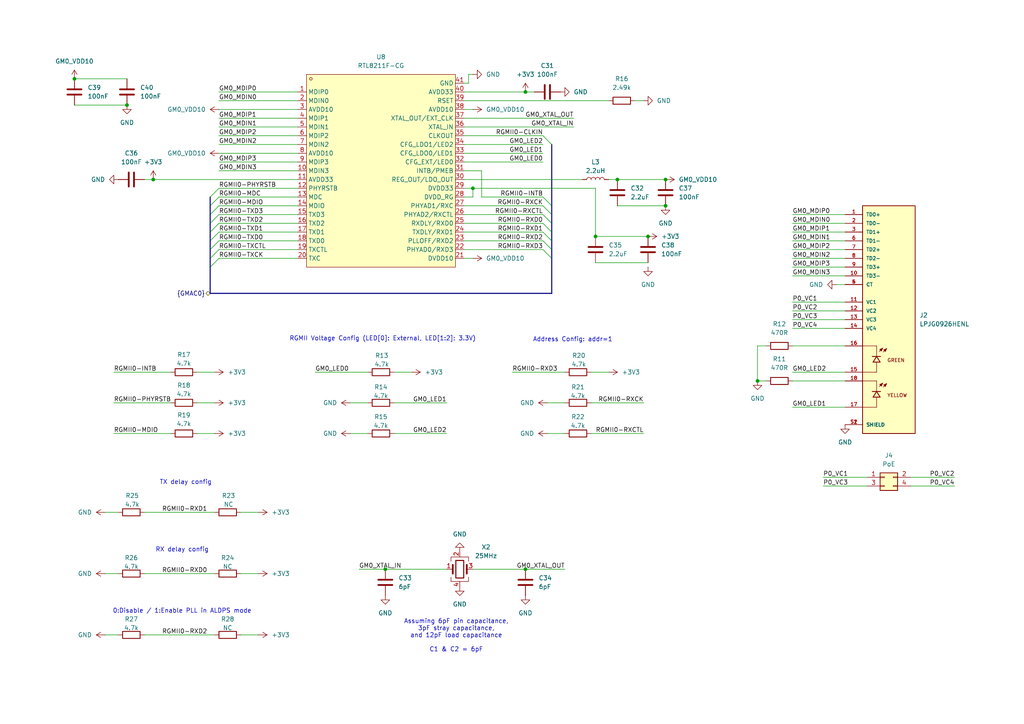
<source format=kicad_sch>
(kicad_sch (version 20250114) (generator "eeschema") (generator_version "9.0")
  (paper "A4")
  (title_block (date "2025-02-20") (rev "V0.1") (company "Matthew Spotten"))
  (lib_symbols
    (symbol "Connector_Generic:Conn_02x02_Odd_Even" (pin_names (offset 1.016) (hide yes))
      (property "Reference" "J" (at 1.27 2.54 0))
      (property "Value" "Conn_02x02_Odd_Even" (at 1.27 -5.08 0))
      (symbol "Conn_02x02_Odd_Even_1_1"
        (rectangle (start -1.27 1.27) (end 3.81 -3.81) (stroke (width 0.254)) (fill (type background)))
        (rectangle (start -1.27 0.127) (end 0 -0.127) (stroke (width 0.1524)))
        (rectangle (start -1.27 -2.413) (end 0 -2.667) (stroke (width 0.1524)))
        (rectangle (start 3.81 0.127) (end 2.54 -0.127) (stroke (width 0.1524)))
        (rectangle (start 3.81 -2.413) (end 2.54 -2.667) (stroke (width 0.1524)))
        (pin passive line (at -5.08 0 0) (length 3.81) (name "Pin_1") (number "1"))
        (pin passive line (at -5.08 -2.54 0) (length 3.81) (name "Pin_3") (number "3"))
        (pin passive line (at 7.62 0 180) (length 3.81) (name "Pin_2") (number "2"))
        (pin passive line (at 7.62 -2.54 180) (length 3.81) (name "Pin_4") (number "4"))
      )
    )
    (symbol "Device:C" (pin_numbers (hide yes)) (pin_names (offset 0.254))
      (property "Reference" "C" (at 0.635 2.54 0))
      (property "Value" "C" (at 0.635 -2.54 0))
      (symbol "C_0_1"
        (polyline (pts (xy -2.032 0.762) (xy 2.032 0.762)) (stroke (width 0.508)))
        (polyline (pts (xy -2.032 -0.762) (xy 2.032 -0.762)) (stroke (width 0.508)))
      )
      (symbol "C_1_1"
        (pin passive line (at 0 3.81 270) (length 2.794) (name "~") (number "1"))
        (pin passive line (at 0 -3.81 90) (length 2.794) (name "~") (number "2"))
      )
    )
    (symbol "Device:Crystal_GND24" (pin_names (offset 1.016) (hide yes))
      (property "Reference" "Y" (at 3.175 5.08 0))
      (property "Value" "Crystal_GND24" (at 3.175 3.175 0))
      (symbol "Crystal_GND24_0_1"
        (polyline (pts (xy -2.54 2.286) (xy -2.54 3.556) (xy 2.54 3.556) (xy 2.54 2.286)))
        (polyline (pts (xy -2.54 0) (xy -2.032 0)))
        (polyline (pts (xy -2.54 -2.286) (xy -2.54 -3.556) (xy 2.54 -3.556) (xy 2.54 -2.286)))
        (polyline (pts (xy -2.032 -1.27) (xy -2.032 1.27)) (stroke (width 0.508)))
        (rectangle (start -1.143 2.54) (end 1.143 -2.54) (stroke (width 0.3048)))
        (polyline (pts (xy 0 3.556) (xy 0 3.81)))
        (polyline (pts (xy 0 -3.81) (xy 0 -3.556)))
        (polyline (pts (xy 2.032 0) (xy 2.54 0)))
        (polyline (pts (xy 2.032 -1.27) (xy 2.032 1.27)) (stroke (width 0.508)))
      )
      (symbol "Crystal_GND24_1_1"
        (pin passive line (at -3.81 0 0) (length 1.27) (name "1") (number "1"))
        (pin passive line (at 0 5.08 270) (length 1.27) (name "2") (number "2"))
        (pin passive line (at 0 -5.08 90) (length 1.27) (name "4") (number "4"))
        (pin passive line (at 3.81 0 180) (length 1.27) (name "3") (number "3"))
      )
    )
    (symbol "Device:L" (pin_numbers (hide yes)) (pin_names (offset 1.016) (hide yes))
      (property "Reference" "L" (at -1.27 0 90))
      (property "Value" "L" (at 1.905 0 90))
      (symbol "L_0_1"
        (arc (start 0 2.54) (mid 0.6323 1.905) (end 0 1.27))
        (arc (start 0 1.27) (mid 0.6323 0.635) (end 0 0))
        (arc (start 0 0) (mid 0.6323 -0.635) (end 0 -1.27))
        (arc (start 0 -1.27) (mid 0.6323 -1.905) (end 0 -2.54))
      )
      (symbol "L_1_1"
        (pin passive line (at 0 3.81 270) (length 1.27) (name "1") (number "1"))
        (pin passive line (at 0 -3.81 90) (length 1.27) (name "2") (number "2"))
      )
    )
    (symbol "Device:R" (pin_numbers (hide yes)) (pin_names (offset 0))
      (property "Reference" "R" (at 2.032 0 90))
      (property "Value" "R" (at 0 0 90))
      (symbol "R_0_1"
        (rectangle (start -1.016 -2.54) (end 1.016 2.54) (stroke (width 0.254)))
      )
      (symbol "R_1_1"
        (pin passive line (at 0 3.81 270) (length 1.27) (name "~") (number "1"))
        (pin passive line (at 0 -3.81 90) (length 1.27) (name "~") (number "2"))
      )
    )
    (symbol "LPJG0926HENL:LPJG0926HENL" (pin_names (offset 1.016))
      (property "Reference" "J" (at -7.62 33.782 0))
      (property "Value" "LPJG0926HENL" (at -7.62 -35.56 0))
      (symbol "LPJG0926HENL_0_0"
        (rectangle (start -7.62 33.02) (end 7.62 -33.02) (stroke (width 0.254)) (fill (type background)))
        (polyline (pts (xy -3.556 -7.62) (xy -7.62 -7.62)) (stroke (width 0.1524)))
        (polyline (pts (xy -3.556 -10.541) (xy -3.556 -7.62)) (stroke (width 0.1524)))
        (polyline (pts (xy -3.556 -10.668) (xy -4.826 -10.668)) (stroke (width 0.254)))
        (polyline (pts (xy -3.556 -10.668) (xy -4.572 -12.319)) (stroke (width 0.254)))
        (polyline (pts (xy -3.556 -15.24) (xy -7.62 -15.24)) (stroke (width 0.1524)))
        (polyline (pts (xy -3.556 -15.24) (xy -3.556 -12.446)) (stroke (width 0.1524)))
        (polyline (pts (xy -3.556 -17.78) (xy -7.62 -17.78)) (stroke (width 0.1524)))
        (polyline (pts (xy -3.556 -20.701) (xy -3.556 -17.78)) (stroke (width 0.1524)))
        (polyline (pts (xy -3.556 -20.828) (xy -4.826 -20.828)) (stroke (width 0.254)))
        (polyline (pts (xy -3.556 -20.828) (xy -4.572 -22.479)) (stroke (width 0.254)))
        (polyline (pts (xy -3.556 -25.4) (xy -7.62 -25.4)) (stroke (width 0.1524)))
        (polyline (pts (xy -3.556 -25.4) (xy -3.556 -22.606)) (stroke (width 0.1524)))
        (polyline (pts (xy -2.794 -9.271) (xy -1.778 -8.255)) (stroke (width 0.1524)))
        (polyline (pts (xy -2.794 -19.431) (xy -1.778 -18.415)) (stroke (width 0.1524)))
        (polyline (pts (xy -2.54 -12.319) (xy -4.572 -12.319)) (stroke (width 0.254)))
        (polyline (pts (xy -2.54 -12.319) (xy -3.556 -10.668)) (stroke (width 0.254)))
        (polyline (pts (xy -2.54 -22.479) (xy -4.572 -22.479)) (stroke (width 0.254)))
        (polyline (pts (xy -2.54 -22.479) (xy -3.556 -20.828)) (stroke (width 0.254)))
        (polyline (pts (xy -2.413 -10.668) (xy -3.556 -10.668)) (stroke (width 0.254)))
        (polyline (pts (xy -2.413 -20.828) (xy -3.556 -20.828)) (stroke (width 0.254)))
        (polyline (pts (xy -1.778 -8.255) (xy -2.667 -8.636) (xy -2.159 -9.144) (xy -1.778 -8.255)) (stroke (width 0.1524)) (fill (type outline)))
        (polyline (pts (xy -1.778 -18.415) (xy -2.667 -18.796) (xy -2.159 -19.304) (xy -1.778 -18.415)) (stroke (width 0.1524)) (fill (type outline)))
        (polyline (pts (xy -1.651 -9.398) (xy -0.635 -8.382)) (stroke (width 0.1524)))
        (polyline (pts (xy -1.651 -19.558) (xy -0.635 -18.542)) (stroke (width 0.1524)))
        (polyline (pts (xy -0.635 -8.382) (xy -1.524 -8.763) (xy -1.016 -9.271) (xy -0.635 -8.382)) (stroke (width 0.1524)) (fill (type outline)))
        (polyline (pts (xy -0.635 -18.542) (xy -1.524 -18.923) (xy -1.016 -19.431) (xy -0.635 -18.542)) (stroke (width 0.1524)) (fill (type outline)))
        (text "GREEN" (at -0.508 -11.176 0) (effects (font (size 1.016 1.016)) (justify left top)))
        (text "YELLOW" (at -0.508 -21.336 0) (effects (font (size 1.016 1.016)) (justify left top)))
        (pin passive line (at -12.7 10.16 0) (length 5.08) (name "CT") (number "4"))
        (pin passive line (at -12.7 10.16 0) (length 5.08) (name "CT") (number "5"))
        (pin passive line (at -12.7 5.08 0) (length 5.08) (name "VC1") (number "11"))
        (pin passive line (at -12.7 2.54 0) (length 5.08) (name "VC2") (number "12"))
        (pin passive line (at -12.7 0 0) (length 5.08) (name "VC3") (number "13"))
        (pin passive line (at -12.7 -2.54 0) (length 5.08) (name "VC4") (number "14"))
        (pin passive line (at -12.7 -7.62 0) (length 5.08) (name "~") (number "16"))
        (pin passive line (at -12.7 -15.24 0) (length 5.08) (name "~") (number "15"))
        (pin passive line (at -12.7 -17.78 0) (length 5.08) (name "~") (number "18"))
        (pin passive line (at -12.7 -25.4 0) (length 5.08) (name "~") (number "17"))
        (pin passive line (at -12.7 -30.48 0) (length 5.08) (name "SHIELD") (number "S1"))
        (pin passive line (at -12.7 -30.48 0) (length 5.08) (name "SHIELD") (number "S2"))
      )
      (symbol "LPJG0926HENL_1_0"
        (pin passive line (at -12.7 30.48 0) (length 5.08) (name "TD0+") (number "1"))
        (pin passive line (at -12.7 27.94 0) (length 5.08) (name "TD0-") (number "2"))
        (pin passive line (at -12.7 25.4 0) (length 5.08) (name "TD1+") (number "3"))
        (pin passive line (at -12.7 22.86 0) (length 5.08) (name "TD1-") (number "6"))
        (pin passive line (at -12.7 20.32 0) (length 5.08) (name "TD2+") (number "7"))
        (pin passive line (at -12.7 17.78 0) (length 5.08) (name "TD2-") (number "8"))
        (pin passive line (at -12.7 15.24 0) (length 5.08) (name "TD3+") (number "9"))
        (pin passive line (at -12.7 12.7 0) (length 5.08) (name "TD3-") (number "10"))
      )
    )
    (symbol "easyeda symbols:RTL8211F-CG"
      (property "Reference" "U" (at 0 30.48 0))
      (property "Value" "RTL8211F-CG" (at 0 -30.48 0))
      (symbol "RTL8211F-CG_0_1"
        (rectangle (start -21.59 27.94) (end 21.59 -27.94) (fill (type background)))
        (circle (center -20.32 26.67) (radius 0.38))
        (pin unspecified line (at -24.13 22.86 0) (length 2.54) (name "MDIP0") (number "1"))
        (pin unspecified line (at -24.13 20.32 0) (length 2.54) (name "MDIN0") (number "2"))
        (pin unspecified line (at -24.13 17.78 0) (length 2.54) (name "AVDD10") (number "3"))
        (pin unspecified line (at -24.13 15.24 0) (length 2.54) (name "MDIP1") (number "4"))
        (pin unspecified line (at -24.13 12.7 0) (length 2.54) (name "MDIN1") (number "5"))
        (pin unspecified line (at -24.13 10.16 0) (length 2.54) (name "MDIP2") (number "6"))
        (pin unspecified line (at -24.13 7.62 0) (length 2.54) (name "MDIN2") (number "7"))
        (pin unspecified line (at -24.13 5.08 0) (length 2.54) (name "AVDD10") (number "8"))
        (pin unspecified line (at -24.13 2.54 0) (length 2.54) (name "MDIP3") (number "9"))
        (pin unspecified line (at -24.13 0 0) (length 2.54) (name "MDIN3") (number "10"))
        (pin unspecified line (at -24.13 -2.54 0) (length 2.54) (name "AVDD33") (number "11"))
        (pin unspecified line (at -24.13 -5.08 0) (length 2.54) (name "PHYRSTB") (number "12"))
        (pin unspecified line (at -24.13 -7.62 0) (length 2.54) (name "MDC") (number "13"))
        (pin unspecified line (at -24.13 -10.16 0) (length 2.54) (name "MDIO") (number "14"))
        (pin unspecified line (at -24.13 -12.7 0) (length 2.54) (name "TXD3") (number "15"))
        (pin unspecified line (at -24.13 -15.24 0) (length 2.54) (name "TXD2") (number "16"))
        (pin unspecified line (at -24.13 -17.78 0) (length 2.54) (name "TXD1") (number "17"))
        (pin unspecified line (at -24.13 -20.32 0) (length 2.54) (name "TXD0") (number "18"))
        (pin unspecified line (at -24.13 -22.86 0) (length 2.54) (name "TXCTL") (number "19"))
        (pin unspecified line (at -24.13 -25.4 0) (length 2.54) (name "TXC") (number "20"))
        (pin unspecified line (at 24.13 25.4 180) (length 2.54) (name "GND") (number "41"))
        (pin unspecified line (at 24.13 22.86 180) (length 2.54) (name "AVDD33") (number "40"))
        (pin unspecified line (at 24.13 20.32 180) (length 2.54) (name "RSET") (number "39"))
        (pin unspecified line (at 24.13 17.78 180) (length 2.54) (name "AVDD10") (number "38"))
        (pin unspecified line (at 24.13 15.24 180) (length 2.54) (name "XTAL_OUT/EXT_CLK") (number "37"))
        (pin unspecified line (at 24.13 12.7 180) (length 2.54) (name "XTAL_IN") (number "36"))
        (pin unspecified line (at 24.13 10.16 180) (length 2.54) (name "CLKOUT") (number "35"))
        (pin unspecified line (at 24.13 7.62 180) (length 2.54) (name "CFG_LDO1/LED2") (number "34"))
        (pin unspecified line (at 24.13 5.08 180) (length 2.54) (name "CFG_LDO0/LED1") (number "33"))
        (pin unspecified line (at 24.13 2.54 180) (length 2.54) (name "CFG_EXT/LED0") (number "32"))
        (pin unspecified line (at 24.13 0 180) (length 2.54) (name "INTB/PMEB") (number "31"))
        (pin unspecified line (at 24.13 -2.54 180) (length 2.54) (name "REG_OUT/LDO_OUT") (number "30"))
        (pin unspecified line (at 24.13 -5.08 180) (length 2.54) (name "DVDD33") (number "29"))
        (pin unspecified line (at 24.13 -7.62 180) (length 2.54) (name "DVDD_RG") (number "28"))
        (pin unspecified line (at 24.13 -10.16 180) (length 2.54) (name "PHYAD1/RXC") (number "27"))
        (pin unspecified line (at 24.13 -12.7 180) (length 2.54) (name "PHYAD2/RXCTL") (number "26"))
        (pin unspecified line (at 24.13 -15.24 180) (length 2.54) (name "RXDLY/RXD0") (number "25"))
        (pin unspecified line (at 24.13 -17.78 180) (length 2.54) (name "TXDLY/RXD1") (number "24"))
        (pin unspecified line (at 24.13 -20.32 180) (length 2.54) (name "PLLOFF/RXD2") (number "23"))
        (pin unspecified line (at 24.13 -22.86 180) (length 2.54) (name "PHYAD0/RXD3") (number "22"))
        (pin unspecified line (at 24.13 -25.4 180) (length 2.54) (name "DVDD10") (number "21"))
      )
    )
    (symbol "power:+1V0" (power) (pin_numbers (hide yes)) (pin_names (offset 0) (hide yes))
      (property "Value" "+1V0" (at 0 3.556 0))
      (symbol "+1V0_0_1"
        (polyline (pts (xy -0.762 1.27) (xy 0 2.54)))
        (polyline (pts (xy 0 2.54) (xy 0.762 1.27)))
        (polyline (pts (xy 0 0) (xy 0 2.54)))
      )
      (symbol "+1V0_1_1"
        (pin power_in line (at 0 0 90) (length 0) (name "~") (number "1"))
      )
    )
    (symbol "power:+3V3" (power) (pin_numbers (hide yes)) (pin_names (offset 0) (hide yes))
      (property "Value" "+3V3" (at 0 3.556 0))
      (symbol "+3V3_0_1"
        (polyline (pts (xy -0.762 1.27) (xy 0 2.54)))
        (polyline (pts (xy 0 2.54) (xy 0.762 1.27)))
        (polyline (pts (xy 0 0) (xy 0 2.54)))
      )
      (symbol "+3V3_1_1"
        (pin power_in line (at 0 0 90) (length 0) (name "~") (number "1"))
      )
    )
    (symbol "power:GND" (power) (pin_numbers (hide yes)) (pin_names (offset 0) (hide yes))
      (property "Value" "GND" (at 0 -3.81 0))
      (symbol "GND_0_1"
        (polyline (pts (xy 0 0) (xy 0 -1.27) (xy 1.27 -1.27) (xy 0 -2.54) (xy -1.27 -1.27) (xy 0 -1.27)))
      )
      (symbol "GND_1_1"
        (pin power_in line (at 0 0 270) (length 0) (name "~") (number "1"))
      )
    )
  )
  (bus_alias "GMAC0" (members "RGMII0-PHYRSTB" "RGMII0-MDC" "RGMII0-MDIO" "RGMII0-TXD3" "RGMII0-TXD2" "RGMII0-TXD1" "RGMII0-TXD0" "RGMII0-TXCTL" "RGMII0-TXCK" "RGMII0-INTB" "RGMII0-RXCK" "RGMII0-RXCTL" "RGMII0-RXD0" "RGMII0-RXD1" "RGMII0-RXD2" "RGMII0-RXD3" "RGMII0-CLKIN"))
  (bus_alias "GMAC1" (members "DP" "DM" "UART0_TX" "UART0_RX"))
  (text "RGMII Voltage Config (LED[0]: External, LED[1:2]: 3.3V)" (at 110.998 98.298 0) (effects (font (size 1.27 1.27))))
  (text "0:Disable / 1:Enable PLL in ALDPS mode" (at 52.832 177.292 0) (effects (font (size 1.27 1.27))))
  (text "TX delay config" (at 53.848 139.954 0) (effects (font (size 1.27 1.27))))
  (text "RX delay config" (at 52.832 159.512 0) (effects (font (size 1.27 1.27))))
  (text "Address Config: addr=1" (at 166.116 98.552 0) (effects (font (size 1.27 1.27))))
  (text "Assuming 6pF pin capacitance,\n3pF stray capacitance,\nand 12pF load capacitance\n\nC1 & C2 = 6pF\n" (at 132.334 184.404 0) (effects (font (size 1.27 1.27))))
  (junction (at 21.59 22.86))
  (junction (at 36.83 30.48))
  (junction (at 187.96 68.58))
  (junction (at 44.45 52.07))
  (junction (at 111.76 165.1))
  (junction (at 152.4 165.1))
  (junction (at 179.07 52.07))
  (junction (at 137.16 54.61))
  (junction (at 193.04 52.07))
  (junction (at 219.71 110.49))
  (junction (at 152.4 26.67))
  (junction (at 172.72 68.58))
  (junction (at 193.04 59.69))
  (bus_entry (at 60.96 59.69) (size 2.54 -2.54))
  (bus_entry (at 157.48 64.77) (size 2.54 2.54))
  (bus_entry (at 157.48 67.31) (size 2.54 2.54))
  (bus_entry (at 157.48 39.37) (size 2.54 2.54))
  (bus_entry (at 60.96 57.15) (size 2.54 -2.54))
  (bus_entry (at 60.96 64.77) (size 2.54 -2.54))
  (bus_entry (at 60.96 74.93) (size 2.54 -2.54))
  (bus_entry (at 157.48 59.69) (size 2.54 2.54))
  (bus_entry (at 60.96 69.85) (size 2.54 -2.54))
  (bus_entry (at 60.96 72.39) (size 2.54 -2.54))
  (bus_entry (at 60.96 67.31) (size 2.54 -2.54))
  (bus_entry (at 60.96 77.47) (size 2.54 -2.54))
  (bus_entry (at 157.48 57.15) (size 2.54 2.54))
  (bus_entry (at 60.96 62.23) (size 2.54 -2.54))
  (bus_entry (at 157.48 62.23) (size 2.54 2.54))
  (bus_entry (at 157.48 69.85) (size 2.54 2.54))
  (bus_entry (at 157.48 72.39) (size 2.54 2.54))
  (wire (pts (xy 57.15 116.84) (xy 62.23 116.84)))
  (wire (pts (xy 229.87 107.95) (xy 245.11 107.95)))
  (wire (pts (xy 134.62 69.85) (xy 157.48 69.85)))
  (wire (pts (xy 229.87 80.01) (xy 245.11 80.01)))
  (wire (pts (xy 63.5 49.53) (xy 86.36 49.53)))
  (wire (pts (xy 238.76 140.97) (xy 251.46 140.97)))
  (bus (pts (xy 60.96 59.69) (xy 60.96 62.23)))
  (wire (pts (xy 186.69 125.73) (xy 171.45 125.73)))
  (wire (pts (xy 219.71 110.49) (xy 222.25 110.49)))
  (wire (pts (xy 219.71 110.49) (xy 219.71 100.33)))
  (wire (pts (xy 63.5 44.45) (xy 86.36 44.45)))
  (wire (pts (xy 129.54 116.84) (xy 114.3 116.84)))
  (wire (pts (xy 229.87 87.63) (xy 245.11 87.63)))
  (wire (pts (xy 219.71 100.33) (xy 222.25 100.33)))
  (bus (pts (xy 60.96 74.93) (xy 60.96 77.47)))
  (bus (pts (xy 160.02 67.31) (xy 160.02 69.85)))
  (wire (pts (xy 229.87 62.23) (xy 245.11 62.23)))
  (wire (pts (xy 157.48 57.15) (xy 139.7 57.15)))
  (wire (pts (xy 148.59 107.95) (xy 163.83 107.95)))
  (wire (pts (xy 104.14 165.1) (xy 111.76 165.1)))
  (wire (pts (xy 134.62 39.37) (xy 157.48 39.37)))
  (bus (pts (xy 60.96 57.15) (xy 60.96 59.69)))
  (bus (pts (xy 60.96 77.47) (xy 60.96 85.09)))
  (wire (pts (xy 91.44 107.95) (xy 106.68 107.95)))
  (wire (pts (xy 63.5 36.83) (xy 86.36 36.83)))
  (wire (pts (xy 184.15 29.21) (xy 186.69 29.21)))
  (wire (pts (xy 111.76 165.1) (xy 129.54 165.1)))
  (wire (pts (xy 172.72 68.58) (xy 172.72 54.61)))
  (wire (pts (xy 172.72 54.61) (xy 137.16 54.61)))
  (wire (pts (xy 33.02 107.95) (xy 49.53 107.95)))
  (wire (pts (xy 134.62 26.67) (xy 152.4 26.67)))
  (wire (pts (xy 139.7 57.15) (xy 139.7 49.53)))
  (wire (pts (xy 152.4 165.1) (xy 163.83 165.1)))
  (wire (pts (xy 134.62 34.29) (xy 166.37 34.29)))
  (wire (pts (xy 63.5 74.93) (xy 86.36 74.93)))
  (wire (pts (xy 63.5 69.85) (xy 86.36 69.85)))
  (bus (pts (xy 60.96 62.23) (xy 60.96 64.77)))
  (wire (pts (xy 264.16 140.97) (xy 276.86 140.97)))
  (bus (pts (xy 60.96 72.39) (xy 60.96 74.93)))
  (wire (pts (xy 63.5 46.99) (xy 86.36 46.99)))
  (wire (pts (xy 229.87 67.31) (xy 245.11 67.31)))
  (wire (pts (xy 137.16 54.61) (xy 134.62 54.61)))
  (wire (pts (xy 134.62 67.31) (xy 157.48 67.31)))
  (wire (pts (xy 30.48 166.37) (xy 34.29 166.37)))
  (bus (pts (xy 160.02 59.69) (xy 160.02 62.23)))
  (wire (pts (xy 41.91 184.15) (xy 62.23 184.15)))
  (wire (pts (xy 63.5 29.21) (xy 86.36 29.21)))
  (wire (pts (xy 134.62 44.45) (xy 157.48 44.45)))
  (wire (pts (xy 33.02 116.84) (xy 49.53 116.84)))
  (wire (pts (xy 186.69 116.84) (xy 171.45 116.84)))
  (wire (pts (xy 21.59 30.48) (xy 36.83 30.48)))
  (bus (pts (xy 160.02 41.91) (xy 160.02 59.69)))
  (wire (pts (xy 229.87 110.49) (xy 245.11 110.49)))
  (wire (pts (xy 172.72 76.2) (xy 187.96 76.2)))
  (wire (pts (xy 179.07 52.07) (xy 193.04 52.07)))
  (wire (pts (xy 135.89 21.59) (xy 137.16 21.59)))
  (wire (pts (xy 134.62 29.21) (xy 176.53 29.21)))
  (wire (pts (xy 134.62 62.23) (xy 157.48 62.23)))
  (wire (pts (xy 134.62 74.93) (xy 137.16 74.93)))
  (wire (pts (xy 137.16 165.1) (xy 152.4 165.1)))
  (wire (pts (xy 63.5 59.69) (xy 86.36 59.69)))
  (wire (pts (xy 41.91 166.37) (xy 62.23 166.37)))
  (wire (pts (xy 41.91 52.07) (xy 44.45 52.07)))
  (wire (pts (xy 135.89 24.13) (xy 134.62 24.13)))
  (wire (pts (xy 264.16 138.43) (xy 276.86 138.43)))
  (wire (pts (xy 129.54 125.73) (xy 114.3 125.73)))
  (bus (pts (xy 160.02 62.23) (xy 160.02 64.77)))
  (bus (pts (xy 160.02 72.39) (xy 160.02 74.93)))
  (wire (pts (xy 229.87 90.17) (xy 245.11 90.17)))
  (wire (pts (xy 135.89 21.59) (xy 135.89 24.13)))
  (wire (pts (xy 134.62 52.07) (xy 168.91 52.07)))
  (wire (pts (xy 63.5 54.61) (xy 86.36 54.61)))
  (wire (pts (xy 63.5 39.37) (xy 86.36 39.37)))
  (wire (pts (xy 63.5 62.23) (xy 86.36 62.23)))
  (wire (pts (xy 229.87 95.25) (xy 245.11 95.25)))
  (wire (pts (xy 44.45 52.07) (xy 86.36 52.07)))
  (wire (pts (xy 21.59 22.86) (xy 36.83 22.86)))
  (bus (pts (xy 160.02 64.77) (xy 160.02 67.31)))
  (wire (pts (xy 229.87 118.11) (xy 245.11 118.11)))
  (wire (pts (xy 163.83 116.84) (xy 158.75 116.84)))
  (wire (pts (xy 41.91 148.59) (xy 62.23 148.59)))
  (wire (pts (xy 69.85 184.15) (xy 74.93 184.15)))
  (wire (pts (xy 33.02 125.73) (xy 49.53 125.73)))
  (wire (pts (xy 238.76 138.43) (xy 251.46 138.43)))
  (wire (pts (xy 134.62 57.15) (xy 137.16 57.15)))
  (wire (pts (xy 63.5 34.29) (xy 86.36 34.29)))
  (wire (pts (xy 179.07 59.69) (xy 193.04 59.69)))
  (wire (pts (xy 229.87 100.33) (xy 245.11 100.33)))
  (wire (pts (xy 63.5 64.77) (xy 86.36 64.77)))
  (wire (pts (xy 134.62 41.91) (xy 157.48 41.91)))
  (wire (pts (xy 176.53 52.07) (xy 179.07 52.07)))
  (wire (pts (xy 106.68 125.73) (xy 101.6 125.73)))
  (wire (pts (xy 137.16 57.15) (xy 137.16 54.61)))
  (wire (pts (xy 114.3 107.95) (xy 119.38 107.95)))
  (wire (pts (xy 163.83 125.73) (xy 158.75 125.73)))
  (wire (pts (xy 106.68 116.84) (xy 101.6 116.84)))
  (wire (pts (xy 63.5 67.31) (xy 86.36 67.31)))
  (wire (pts (xy 134.62 72.39) (xy 157.48 72.39)))
  (wire (pts (xy 229.87 72.39) (xy 245.11 72.39)))
  (wire (pts (xy 63.5 31.75) (xy 86.36 31.75)))
  (wire (pts (xy 30.48 148.59) (xy 34.29 148.59)))
  (wire (pts (xy 69.85 148.59) (xy 74.93 148.59)))
  (wire (pts (xy 154.94 26.67) (xy 152.4 26.67)))
  (wire (pts (xy 134.62 59.69) (xy 157.48 59.69)))
  (wire (pts (xy 63.5 26.67) (xy 86.36 26.67)))
  (wire (pts (xy 229.87 69.85) (xy 245.11 69.85)))
  (wire (pts (xy 57.15 125.73) (xy 62.23 125.73)))
  (wire (pts (xy 134.62 64.77) (xy 157.48 64.77)))
  (wire (pts (xy 172.72 68.58) (xy 187.96 68.58)))
  (wire (pts (xy 229.87 74.93) (xy 245.11 74.93)))
  (wire (pts (xy 229.87 64.77) (xy 245.11 64.77)))
  (wire (pts (xy 139.7 49.53) (xy 134.62 49.53)))
  (bus (pts (xy 160.02 74.93) (xy 160.02 85.09)))
  (bus (pts (xy 60.96 67.31) (xy 60.96 69.85)))
  (wire (pts (xy 134.62 36.83) (xy 166.37 36.83)))
  (bus (pts (xy 160.02 69.85) (xy 160.02 72.39)))
  (wire (pts (xy 30.48 184.15) (xy 34.29 184.15)))
  (wire (pts (xy 134.62 46.99) (xy 157.48 46.99)))
  (wire (pts (xy 63.5 57.15) (xy 86.36 57.15)))
  (bus (pts (xy 60.96 64.77) (xy 60.96 67.31)))
  (wire (pts (xy 171.45 107.95) (xy 176.53 107.95)))
  (wire (pts (xy 63.5 72.39) (xy 86.36 72.39)))
  (wire (pts (xy 69.85 166.37) (xy 74.93 166.37)))
  (wire (pts (xy 57.15 107.95) (xy 62.23 107.95)))
  (bus (pts (xy 60.96 69.85) (xy 60.96 72.39)))
  (wire (pts (xy 242.57 82.55) (xy 245.11 82.55)))
  (wire (pts (xy 134.62 31.75) (xy 137.16 31.75)))
  (wire (pts (xy 229.87 77.47) (xy 245.11 77.47)))
  (bus (pts (xy 60.96 85.09) (xy 160.02 85.09)))
  (wire (pts (xy 63.5 41.91) (xy 86.36 41.91)))
  (wire (pts (xy 229.87 92.71) (xy 245.11 92.71)))
  (label "GM0_LED0" (at 157.48 46.99 180))
  (label "RGMII0-RXD1" (at 157.48 67.31 180))
  (label "RGMII0-TXD0" (at 63.5 69.85 0))
  (label "GM0_LED2" (at 229.87 107.95 0))
  (label "RGMII0-MDC" (at 63.5 57.15 0))
  (label "RGMII0-RXD1" (at 46.99 148.59 0))
  (label "RGMII0-INTB" (at 33.02 107.95 0))
  (label "RGMII0-RXCK" (at 186.69 116.84 180))
  (label "RGMII0-RXD0" (at 46.99 166.37 0))
  (label "P0_VC2" (at 276.86 138.43 180))
  (label "RGMII0-RXD3" (at 148.59 107.95 0))
  (label "P0_VC2" (at 229.87 90.17 0))
  (label "GM0_XTAL_OUT" (at 166.37 34.29 180))
  (label "P0_VC4" (at 276.86 140.97 180))
  (label "RGMII0-PHYRSTB" (at 33.02 116.84 0))
  (label "GM0_LED1" (at 229.87 118.11 0))
  (label "RGMII0-PHYRSTB" (at 63.5 54.61 0))
  (label "GM0_LED2" (at 129.54 125.73 180))
  (label "RGMII0-TXCTL" (at 63.5 72.39 0))
  (label "P0_VC1" (at 229.87 87.63 0))
  (label "GM0_MDIN0" (at 229.87 64.77 0))
  (label "RGMII0-TXD2" (at 63.5 64.77 0))
  (label "RGMII0-TXCK" (at 63.5 74.93 0))
  (label "GM0_LED2" (at 157.48 41.91 180))
  (label "GM0_MDIP1" (at 63.5 34.29 0))
  (label "GM0_LED1" (at 157.48 44.45 180))
  (label "GM0_MDIN3" (at 229.87 80.01 0))
  (label "GM0_MDIN3" (at 63.5 49.53 0))
  (label "GM0_MDIP0" (at 63.5 26.67 0))
  (label "RGMII0-RXCK" (at 157.48 59.69 180))
  (label "RGMII0-MDIO" (at 63.5 59.69 0))
  (label "P0_VC3" (at 238.76 140.97 0))
  (label "GM0_MDIN0" (at 63.5 29.21 0))
  (label "RGMII0-RXD2" (at 157.48 69.85 180))
  (label "RGMII0-MDIO" (at 33.02 125.73 0))
  (label "RGMII0-RXD0" (at 157.48 64.77 180))
  (label "RGMII0-TXD1" (at 63.5 67.31 0))
  (label "GM0_MDIN1" (at 63.5 36.83 0))
  (label "RGMII0-RXD2" (at 46.99 184.15 0))
  (label "GM0_MDIP2" (at 229.87 72.39 0))
  (label "GM0_LED0" (at 91.44 107.95 0))
  (label "RGMII0-CLKIN" (at 157.48 39.37 180))
  (label "GM0_XTAL_IN" (at 104.14 165.1 0))
  (label "P0_VC4" (at 229.87 95.25 0))
  (label "RGMII0-RXCTL" (at 186.69 125.73 180))
  (label "GM0_MDIN1" (at 229.87 69.85 0))
  (label "RGMII0-RXD3" (at 157.48 72.39 180))
  (label "GM0_MDIP2" (at 63.5 39.37 0))
  (label "RGMII0-TXD3" (at 63.5 62.23 0))
  (label "RGMII0-RXCTL" (at 157.48 62.23 180))
  (label "GM0_MDIN2" (at 63.5 41.91 0))
  (label "GM0_MDIP1" (at 229.87 67.31 0))
  (label "GM0_MDIP3" (at 229.87 77.47 0))
  (label "GM0_XTAL_IN" (at 166.37 36.83 180))
  (label "P0_VC1" (at 238.76 138.43 0))
  (label "GM0_MDIP3" (at 63.5 46.99 0))
  (label "RGMII0-INTB" (at 157.48 57.15 180))
  (label "GM0_LED1" (at 129.54 116.84 180))
  (label "GM0_XTAL_OUT" (at 163.83 165.1 180))
  (label "GM0_MDIN2" (at 229.87 74.93 0))
  (label "P0_VC3" (at 229.87 92.71 0))
  (label "GM0_MDIP0" (at 229.87 62.23 0))
  (hierarchical_label "{GMAC0}" (shape bidirectional) (at 60.96 85.09 180))
  (symbol (lib_id "Device:R") (at 53.34 116.84 90) (unit 1)
    (property "Reference" "R18" (at 53.34 111.76 90))
    (property "Value" "4.7k" (at 53.34 114.3 90))
    (property "Description" "Resistor" (effects (hide yes)))
  )
  (symbol (lib_id "Device:Crystal_GND24") (at 133.35 165.1 0) (unit 1)
    (property "Reference" "X2" (at 140.97 158.6798 0))
    (property "Value" "25MHz" (at 140.97 161.2198 0))
    (property "Footprint" "Crystal:Crystal_SMD_2520-4Pin_2.5x2.0mm" (effects (hide yes)))
    (property "Description" "Four pin crystal, GND on pins 2 and 4" (effects (hide yes)))
    (property "LCSC Part" "C5265848" (effects (hide yes)))
  )
  (symbol (lib_id "power:GND") (at 186.69 29.21 90) (unit 1)
    (property "Reference" "#PWR089" (effects (hide yes)))
    (property "Value" "GND" (at 190.5 29.2099 90) (effects (justify right)))
    (property "Description" "Power symbol creates a global label with name \"GND\" , ground" (effects (hide yes)))
  )
  (symbol (lib_id "Device:R") (at 110.49 116.84 90) (unit 1)
    (property "Reference" "R14" (at 110.49 112.268 90))
    (property "Value" "4.7k" (at 110.49 114.808 90))
    (property "Description" "Resistor" (effects (hide yes)))
  )
  (symbol (lib_id "power:+1V0") (at 21.59 22.86 0) (unit 1)
    (property "Reference" "#PWR0100" (effects (hide yes)))
    (property "Value" "GM0_VDD10" (at 21.59 17.78 0))
    (property "Description" "Power symbol creates a global label with name \"+1V0\"" (effects (hide yes)))
  )
  (symbol (lib_id "Device:R") (at 110.49 125.73 90) (unit 1)
    (property "Reference" "R15" (at 110.49 120.904 90))
    (property "Value" "4.7k" (at 110.49 123.444 90))
    (property "Description" "Resistor" (effects (hide yes)))
  )
  (symbol (lib_id "power:+3V3") (at 101.6 116.84 90) (unit 1)
    (property "Reference" "#PWR085" (effects (hide yes)))
    (property "Value" "GND" (at 97.79 116.8401 90) (effects (justify left)))
    (property "Description" "Power symbol creates a global label with name \"+3V3\"" (effects (hide yes)))
  )
  (symbol (lib_id "Device:R") (at 167.64 125.73 90) (unit 1)
    (property "Reference" "R22" (at 167.64 120.904 90))
    (property "Value" "4.7k" (at 167.64 123.444 90))
    (property "Description" "Resistor" (effects (hide yes)))
  )
  (symbol (lib_id "Device:R") (at 38.1 184.15 90) (unit 1)
    (property "Reference" "R27" (at 38.1 179.578 90))
    (property "Value" "4.7k" (at 38.1 182.118 90))
    (property "Description" "Resistor" (effects (hide yes)))
  )
  (symbol (lib_id "power:+1V0") (at 137.16 31.75 270) (unit 1)
    (property "Reference" "#PWR081" (effects (hide yes)))
    (property "Value" "GM0_VDD10" (at 140.97 31.7499 90) (effects (justify left)))
    (property "Description" "Power symbol creates a global label with name \"+1V0\"" (effects (hide yes)))
  )
  (symbol (lib_id "power:+3V3") (at 158.75 125.73 90) (unit 1)
    (property "Reference" "#PWR095" (effects (hide yes)))
    (property "Value" "GND" (at 154.94 125.7301 90) (effects (justify left)))
    (property "Description" "Power symbol creates a global label with name \"+3V3\"" (effects (hide yes)))
  )
  (symbol (lib_id "power:+3V3") (at 30.48 184.15 90) (unit 1)
    (property "Reference" "#PWR0102" (effects (hide yes)))
    (property "Value" "GND" (at 26.67 184.1499 90) (effects (justify left)))
    (property "Description" "Power symbol creates a global label with name \"+3V3\"" (effects (hide yes)))
  )
  (symbol (lib_id "Device:R") (at 38.1 166.37 90) (unit 1)
    (property "Reference" "R26" (at 38.1 161.798 90))
    (property "Value" "4.7k" (at 38.1 164.338 90))
    (property "Description" "Resistor" (effects (hide yes)))
  )
  (symbol (lib_id "power:+3V3") (at 187.96 68.58 270) (unit 1)
    (property "Reference" "#PWR079" (effects (hide yes)))
    (property "Value" "+3V3" (at 191.77 68.5799 90) (effects (justify left)))
    (property "Description" "Power symbol creates a global label with name \"+3V3\"" (effects (hide yes)))
  )
  (symbol (lib_id "Device:C") (at 21.59 26.67 0) (unit 1)
    (property "Reference" "C39" (at 25.4 25.3999 0) (effects (justify left)))
    (property "Value" "100nF" (at 25.4 27.9399 0) (effects (justify left)))
    (property "Description" "Unpolarized capacitor" (effects (hide yes)))
  )
  (symbol (lib_id "power:+3V3") (at 74.93 184.15 270) (unit 1)
    (property "Reference" "#PWR0103" (effects (hide yes)))
    (property "Value" "+3V3" (at 78.74 184.1499 90) (effects (justify left)))
    (property "Description" "Power symbol creates a global label with name \"+3V3\"" (effects (hide yes)))
  )
  (symbol (lib_id "power:+3V3") (at 101.6 125.73 90) (unit 1)
    (property "Reference" "#PWR086" (effects (hide yes)))
    (property "Value" "GND" (at 97.79 125.7301 90) (effects (justify left)))
    (property "Description" "Power symbol creates a global label with name \"+3V3\"" (effects (hide yes)))
  )
  (symbol (lib_id "Device:C") (at 152.4 168.91 0) (unit 1)
    (property "Reference" "C34" (at 156.21 167.6399 0) (effects (justify left)))
    (property "Value" "6pF" (at 156.21 170.1799 0) (effects (justify left)))
    (property "Description" "Unpolarized capacitor" (effects (hide yes)))
  )
  (symbol (lib_id "power:GND") (at 219.71 110.49 0) (unit 1)
    (property "Reference" "#PWR073" (effects (hide yes)))
    (property "Value" "GND" (at 219.71 115.57 0))
    (property "Description" "Power symbol creates a global label with name \"GND\" , ground" (effects (hide yes)))
  )
  (symbol (lib_id "power:+3V3") (at 44.45 52.07 0) (unit 1)
    (property "Reference" "#PWR068" (effects (hide yes)))
    (property "Value" "+3V3" (at 44.45 46.99 0))
    (property "Description" "Power symbol creates a global label with name \"+3V3\"" (effects (hide yes)))
  )
  (symbol (lib_id "power:+1V0") (at 63.5 44.45 90) (unit 1)
    (property "Reference" "#PWR082" (effects (hide yes)))
    (property "Value" "GM0_VDD10" (at 59.69 44.4499 90) (effects (justify left)))
    (property "Description" "Power symbol creates a global label with name \"+1V0\"" (effects (hide yes)))
  )
  (symbol (lib_id "Device:L") (at 172.72 52.07 90) (unit 1)
    (property "Reference" "L3" (at 172.72 46.99 90))
    (property "Value" "2.2uH" (at 172.72 49.53 90))
    (property "Description" "Inductor" (effects (hide yes)))
  )
  (symbol (lib_id "Device:C") (at 36.83 26.67 0) (unit 1)
    (property "Reference" "C40" (at 40.64 25.3999 0) (effects (justify left)))
    (property "Value" "100nF" (at 40.64 27.9399 0) (effects (justify left)))
    (property "Description" "Unpolarized capacitor" (effects (hide yes)))
  )
  (symbol (lib_id "power:+3V3") (at 30.48 166.37 90) (unit 1)
    (property "Reference" "#PWR097" (effects (hide yes)))
    (property "Value" "GND" (at 26.67 166.3699 90) (effects (justify left)))
    (property "Description" "Power symbol creates a global label with name \"+3V3\"" (effects (hide yes)))
  )
  (symbol (lib_id "power:GND") (at 193.04 59.69 0) (unit 1)
    (property "Reference" "#PWR087" (effects (hide yes)))
    (property "Value" "GND" (at 193.04 64.77 0))
    (property "Description" "Power symbol creates a global label with name \"GND\" , ground" (effects (hide yes)))
  )
  (symbol (lib_id "Device:R") (at 66.04 184.15 90) (unit 1)
    (property "Reference" "R28" (at 66.04 179.578 90))
    (property "Value" "NC" (at 66.04 182.118 90))
    (property "Description" "Resistor" (effects (hide yes)))
  )
  (symbol (lib_id "power:GND") (at 36.83 30.48 0) (unit 1)
    (property "Reference" "#PWR0101" (effects (hide yes)))
    (property "Value" "GND" (at 36.83 35.56 0))
    (property "Description" "Power symbol creates a global label with name \"GND\" , ground" (effects (hide yes)))
  )
  (symbol (lib_id "power:+3V3") (at 119.38 107.95 270) (unit 1)
    (property "Reference" "#PWR084" (effects (hide yes)))
    (property "Value" "+3V3" (at 123.19 107.9499 90) (effects (justify left)))
    (property "Description" "Power symbol creates a global label with name \"+3V3\"" (effects (hide yes)))
  )
  (symbol (lib_id "Device:R") (at 53.34 107.95 90) (unit 1)
    (property "Reference" "R17" (at 53.34 102.87 90))
    (property "Value" "4.7k" (at 53.34 105.41 90))
    (property "Description" "Resistor" (effects (hide yes)))
  )
  (symbol (lib_id "Device:R") (at 167.64 116.84 90) (unit 1)
    (property "Reference" "R21" (at 167.64 112.268 90))
    (property "Value" "4.7k" (at 167.64 114.808 90))
    (property "Description" "Resistor" (effects (hide yes)))
  )
  (symbol (lib_id "power:GND") (at 245.11 123.19 0) (unit 1)
    (property "Reference" "#PWR071" (effects (hide yes)))
    (property "Value" "GND" (at 245.11 128.27 0))
    (property "Description" "Power symbol creates a global label with name \"GND\" , ground" (effects (hide yes)))
  )
  (symbol (lib_id "Device:R") (at 66.04 166.37 90) (unit 1)
    (property "Reference" "R24" (at 66.04 161.798 90))
    (property "Value" "NC" (at 66.04 164.338 90))
    (property "Description" "Resistor" (effects (hide yes)))
  )
  (symbol (lib_id "power:+3V3") (at 74.93 166.37 270) (unit 1)
    (property "Reference" "#PWR099" (effects (hide yes)))
    (property "Value" "+3V3" (at 78.74 166.3699 90) (effects (justify left)))
    (property "Description" "Power symbol creates a global label with name \"+3V3\"" (effects (hide yes)))
  )
  (symbol (lib_id "Device:C") (at 187.96 72.39 0) (unit 1)
    (property "Reference" "C38" (at 191.77 71.1199 0) (effects (justify left)))
    (property "Value" "100nF" (at 191.77 73.6599 0) (effects (justify left)))
    (property "Description" "Unpolarized capacitor" (effects (hide yes)))
  )
  (symbol (lib_id "power:GND") (at 242.57 82.55 270) (unit 1)
    (property "Reference" "#PWR074" (effects (hide yes)))
    (property "Value" "GND" (at 238.76 82.5499 90) (effects (justify right)))
    (property "Description" "Power symbol creates a global label with name \"GND\" , ground" (effects (hide yes)))
  )
  (symbol (lib_id "Device:C") (at 193.04 55.88 0) (unit 1)
    (property "Reference" "C37" (at 196.85 54.6099 0) (effects (justify left)))
    (property "Value" "100nF" (at 196.85 57.1499 0) (effects (justify left)))
    (property "Description" "Unpolarized capacitor" (effects (hide yes)))
  )
  (symbol (lib_id "Device:R") (at 66.04 148.59 90) (unit 1)
    (property "Reference" "R23" (at 66.294 143.764 90))
    (property "Value" "NC" (at 66.294 146.304 90))
    (property "Description" "Resistor" (effects (hide yes)))
  )
  (symbol (lib_id "Device:C") (at 111.76 168.91 0) (unit 1)
    (property "Reference" "C33" (at 115.57 167.6399 0) (effects (justify left)))
    (property "Value" "6pF" (at 115.57 170.1799 0) (effects (justify left)))
    (property "Description" "Unpolarized capacitor" (effects (hide yes)))
  )
  (symbol (lib_id "Device:R") (at 226.06 110.49 90) (unit 1)
    (property "Reference" "R11" (at 226.06 104.14 90))
    (property "Value" "470R" (at 226.06 106.68 90))
    (property "Description" "Resistor" (effects (hide yes)))
  )
  (symbol (lib_id "Connector_Generic:Conn_02x02_Odd_Even") (at 256.54 138.43 0) (unit 1)
    (property "Reference" "J4" (at 257.81 132.08 0))
    (property "Value" "PoE" (at 257.81 134.62 0))
    (property "Footprint" "Connector_PinHeader_2.54mm:PinHeader_2x02_P2.54mm_Vertical" (effects (hide yes)))
    (property "Description" "Generic connector, double row, 02x02, odd/even pin numbering scheme (row 1 odd numbers, row 2 even numbers), script generated (kicad-library-utils/schlib/autogen/connector/)" (effects (hide yes)))
  )
  (symbol (lib_id "power:+3V3") (at 176.53 107.95 270) (unit 1)
    (property "Reference" "#PWR093" (effects (hide yes)))
    (property "Value" "+3V3" (at 180.34 107.9499 90) (effects (justify left)))
    (property "Description" "Power symbol creates a global label with name \"+3V3\"" (effects (hide yes)))
  )
  (symbol (lib_id "power:+3V3") (at 62.23 125.73 270) (unit 1)
    (property "Reference" "#PWR092" (effects (hide yes)))
    (property "Value" "+3V3" (at 66.04 125.7299 90) (effects (justify left)))
    (property "Description" "Power symbol creates a global label with name \"+3V3\"" (effects (hide yes)))
  )
  (symbol (lib_id "power:GND") (at 34.29 52.07 270) (unit 1)
    (property "Reference" "#PWR070" (effects (hide yes)))
    (property "Value" "GND" (at 30.48 52.0699 90) (effects (justify right)))
    (property "Description" "Power symbol creates a global label with name \"GND\" , ground" (effects (hide yes)))
  )
  (symbol (lib_id "power:GND") (at 162.56 26.67 90) (unit 1)
    (property "Reference" "#PWR069" (effects (hide yes)))
    (property "Value" "GND" (at 166.37 26.6699 90) (effects (justify right)))
    (property "Description" "Power symbol creates a global label with name \"GND\" , ground" (effects (hide yes)))
  )
  (symbol (lib_id "power:+3V3") (at 30.48 148.59 90) (unit 1)
    (property "Reference" "#PWR098" (effects (hide yes)))
    (property "Value" "GND" (at 26.67 148.5899 90) (effects (justify left)))
    (property "Description" "Power symbol creates a global label with name \"+3V3\"" (effects (hide yes)))
  )
  (symbol (lib_id "Device:C") (at 172.72 72.39 0) (unit 1)
    (property "Reference" "C35" (at 176.53 71.1199 0) (effects (justify left)))
    (property "Value" "2.2uF" (at 176.53 73.6599 0) (effects (justify left)))
    (property "Description" "Unpolarized capacitor" (effects (hide yes)))
  )
  (symbol (lib_id "power:GND") (at 187.96 77.47 0) (unit 1)
    (property "Reference" "#PWR078" (effects (hide yes)))
    (property "Value" "GND" (at 187.96 82.55 0))
    (property "Description" "Power symbol creates a global label with name \"GND\" , ground" (effects (hide yes)))
  )
  (symbol (lib_id "power:+1V0") (at 63.5 31.75 90) (unit 1)
    (property "Reference" "#PWR083" (effects (hide yes)))
    (property "Value" "GM0_VDD10" (at 59.69 31.7499 90) (effects (justify left)))
    (property "Description" "Power symbol creates a global label with name \"+1V0\"" (effects (hide yes)))
  )
  (symbol (lib_id "power:+1V0") (at 193.04 52.07 270) (unit 1)
    (property "Reference" "#PWR088" (effects (hide yes)))
    (property "Value" "GM0_VDD10" (at 196.85 52.0699 90) (effects (justify left)))
    (property "Description" "Power symbol creates a global label with name \"+1V0\"" (effects (hide yes)))
  )
  (symbol (lib_id "Device:C") (at 158.75 26.67 90) (unit 1)
    (property "Reference" "C31" (at 158.75 19.05 90))
    (property "Value" "100nF" (at 158.75 21.59 90))
    (property "Description" "Unpolarized capacitor" (effects (hide yes)))
  )
  (symbol (lib_id "power:GND") (at 133.35 160.02 180) (unit 1)
    (property "Reference" "#PWR075" (effects (hide yes)))
    (property "Value" "GND" (at 133.35 154.94 0))
    (property "Description" "Power symbol creates a global label with name \"GND\" , ground" (effects (hide yes)))
  )
  (symbol (lib_id "Device:R") (at 180.34 29.21 90) (unit 1)
    (property "Reference" "R16" (at 180.34 22.86 90))
    (property "Value" "2.49k" (at 180.34 25.4 90))
    (property "Description" "Resistor" (effects (hide yes)))
  )
  (symbol (lib_id "easyeda symbols:RTL8211F-CG") (at 110.49 49.53 0) (unit 1)
    (property "Reference" "U8" (at 110.49 16.51 0))
    (property "Value" "RTL8211F-CG" (at 110.49 19.05 0))
    (property "Footprint" "easyeda:WQFN-40_L5.0-W5.0-P0.4-BL-EP" (effects (hide yes)))
    (property "Datasheet" "https://lcsc.com/product-detail/New-Arrivals_Realtek-Semicon-RTL8211F-CG_C187932.html" (effects (hide yes)))
    (property "LCSC Part" "C187932" (effects (hide yes)))
  )
  (symbol (lib_id "power:+3V3") (at 158.75 116.84 90) (unit 1)
    (property "Reference" "#PWR094" (effects (hide yes)))
    (property "Value" "GND" (at 154.94 116.8401 90) (effects (justify left)))
    (property "Description" "Power symbol creates a global label with name \"+3V3\"" (effects (hide yes)))
  )
  (symbol (lib_id "power:GND") (at 152.4 172.72 0) (unit 1)
    (property "Reference" "#PWR076" (effects (hide yes)))
    (property "Value" "GND" (at 152.4 177.8 0))
    (property "Description" "Power symbol creates a global label with name \"GND\" , ground" (effects (hide yes)))
  )
  (symbol (lib_id "power:+3V3") (at 62.23 107.95 270) (unit 1)
    (property "Reference" "#PWR090" (effects (hide yes)))
    (property "Value" "+3V3" (at 66.04 107.9499 90) (effects (justify left)))
    (property "Description" "Power symbol creates a global label with name \"+3V3\"" (effects (hide yes)))
  )
  (symbol (lib_id "Device:C") (at 179.07 55.88 0) (unit 1)
    (property "Reference" "C32" (at 182.88 54.6099 0) (effects (justify left)))
    (property "Value" "2.2uF" (at 182.88 57.1499 0) (effects (justify left)))
    (property "Description" "Unpolarized capacitor" (effects (hide yes)))
  )
  (symbol (lib_id "power:+3V3") (at 62.23 116.84 270) (unit 1)
    (property "Reference" "#PWR091" (effects (hide yes)))
    (property "Value" "+3V3" (at 66.04 116.8399 90) (effects (justify left)))
    (property "Description" "Power symbol creates a global label with name \"+3V3\"" (effects (hide yes)))
  )
  (symbol (lib_id "power:+3V3") (at 152.4 26.67 0) (unit 1)
    (property "Reference" "#PWR067" (effects (hide yes)))
    (property "Value" "+3V3" (at 152.4 21.59 0))
    (property "Description" "Power symbol creates a global label with name \"+3V3\"" (effects (hide yes)))
  )
  (symbol (lib_id "power:+3V3") (at 74.93 148.59 270) (unit 1)
    (property "Reference" "#PWR096" (effects (hide yes)))
    (property "Value" "+3V3" (at 78.74 148.5899 90) (effects (justify left)))
    (property "Description" "Power symbol creates a global label with name \"+3V3\"" (effects (hide yes)))
  )
  (symbol (lib_id "Device:R") (at 167.64 107.95 90) (unit 1)
    (property "Reference" "R20" (at 167.894 103.124 90))
    (property "Value" "4.7k" (at 167.894 105.664 90))
    (property "Description" "Resistor" (effects (hide yes)))
  )
  (symbol (lib_id "power:GND") (at 133.35 170.18 0) (unit 1)
    (property "Reference" "#PWR072" (effects (hide yes)))
    (property "Value" "GND" (at 133.35 175.26 0))
    (property "Description" "Power symbol creates a global label with name \"GND\" , ground" (effects (hide yes)))
  )
  (symbol (lib_id "Device:R") (at 53.34 125.73 90) (unit 1)
    (property "Reference" "R19" (at 53.34 120.396 90))
    (property "Value" "4.7k" (at 53.34 122.936 90))
    (property "Description" "Resistor" (effects (hide yes)))
  )
  (symbol (lib_id "Device:R") (at 38.1 148.59 90) (unit 1)
    (property "Reference" "R25" (at 38.354 143.764 90))
    (property "Value" "4.7k" (at 38.354 146.304 90))
    (property "Description" "Resistor" (effects (hide yes)))
  )
  (symbol (lib_id "LPJG0926HENL:LPJG0926HENL") (at 257.81 92.71 0) (unit 1)
    (property "Reference" "J2" (at 266.7 91.4399 0) (effects (justify left)))
    (property "Value" "LPJG0926HENL" (at 266.7 93.9799 0) (effects (justify left)))
    (property "Footprint" "custom footprints:LINK-PP_LPJG0926HENL" (effects (hide yes)))
    (property "Datasheet" "libs/_datasheets/TRJG0926HENL-merged.pdf" (effects (hide yes)))
    (property "MF" "Link-PP" (effects (hide yes)))
    (property "MAXIMUM_PACKAGE_HEIGHT" "13.3mm" (effects (hide yes)))
    (property "Package" "Package" (effects (hide yes)))
    (property "Price" "None" (effects (hide yes)))
    (property "Check_prices" "https://www.snapeda.com/parts/LPJG0926HENL/Link-PP/view-part/?ref=eda" (effects (hide yes)))
    (property "STANDARD" "Manufacturer Recommendations" (effects (hide yes)))
    (property "PARTREV" "A" (effects (hide yes)))
    (property "SnapEDA_Link" "https://www.snapeda.com/parts/LPJG0926HENL/Link-PP/view-part/?ref=snap" (effects (hide yes)))
    (property "MP" "LPJG0926HENL" (effects (hide yes)))
    (property "Description_1" "RJ45 Connector with 1000 - Base-T Integrated Magnetics for PoE+ Application" (effects (hide yes)))
    (property "MANUFACTURER" "Link-PP" (effects (hide yes)))
    (property "Availability" "Not in stock" (effects (hide yes)))
    (property "SNAPEDA_PN" "LPJG0926HENL" (effects (hide yes)))
  )
  (symbol (lib_id "Device:C") (at 38.1 52.07 270) (unit 1)
    (property "Reference" "C36" (at 38.1 44.45 90))
    (property "Value" "100nF" (at 38.1 46.99 90))
    (property "Description" "Unpolarized capacitor" (effects (hide yes)))
  )
  (symbol (lib_id "Device:R") (at 110.49 107.95 90) (unit 1)
    (property "Reference" "R13" (at 110.744 103.124 90))
    (property "Value" "4.7k" (at 110.744 105.664 90))
    (property "Description" "Resistor" (effects (hide yes)))
  )
  (symbol (lib_id "Device:R") (at 226.06 100.33 270) (unit 1)
    (property "Reference" "R12" (at 226.06 93.98 90))
    (property "Value" "470R" (at 226.06 96.52 90))
    (property "Description" "Resistor" (effects (hide yes)))
  )
  (symbol (lib_id "power:GND") (at 111.76 172.72 0) (unit 1)
    (property "Reference" "#PWR077" (effects (hide yes)))
    (property "Value" "GND" (at 111.76 177.8 0))
    (property "Description" "Power symbol creates a global label with name \"GND\" , ground" (effects (hide yes)))
  )
  (symbol (lib_id "power:GND") (at 137.16 21.59 90) (unit 1)
    (property "Reference" "#PWR066" (effects (hide yes)))
    (property "Value" "GND" (at 140.97 21.5899 90) (effects (justify right)))
    (property "Description" "Power symbol creates a global label with name \"GND\" , ground" (effects (hide yes)))
  )
  (symbol (lib_id "power:+1V0") (at 137.16 74.93 270) (unit 1)
    (property "Reference" "#PWR080" (effects (hide yes)))
    (property "Value" "GM0_VDD10" (at 140.97 74.9299 90) (effects (justify left)))
    (property "Description" "Power symbol creates a global label with name \"+1V0\"" (effects (hide yes)))
  )
)
</source>
